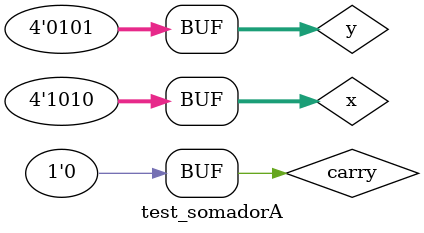
<source format=v>

module FullAdder(s, c_out, x, y, c_in);
  output s, c_out;
  input x, y, c_in;
  wire a, b, c;

  xor (a, x, y);
  xor (s, a, c_in);   
  and (b, x, y);
  and (c, a, c_in);
  or (c_out, c, b);
endmodule //FullAdder
 
module somadorA(s, c_out, x, y, c_in);
  output [3:0] s;
  output c_out;
  input  [3:0] x, y;
  input c_in;
  wire c1, c2, c3, z1, z2, z3, z4, z5;

  xor (z1, y[0] , c_in);
  xor (z2, y[1] , c_in);
  xor (z3, y[2] , c_in);
  xor (z4, y[3] , c_in);
  FullAdder FA0(s[0], c1, x[0], z1, c_in);
  FullAdder FA1(s[1], c2, x[1], z2, c1);
  FullAdder FA2(s[2], c3, x[2], z3, c2);
  FullAdder FA3(s[3], z5, x[3], z4, c3);
  xor (c_out, z5 , c_in);
endmodule //somadorA

module equals0(s, x);
  output s;
  input [3:0] x;
  wire s1,s2,s3,s4;
  
  nor (s1, x[0], 0);
  nor (s2, x[1], 0);
  nor (s3, x[2], 0);
  nor (s4, x[3], 0);
  assign s = (s1 & s2 & s3 & s4);
endmodule // equals0

module plusMinus1(s, x);
  output [3:0]s;
  input [3:0] x;
  wire c_out;
  
  // descrever por portas
  somadorA somador(s, c_out, x, 0001, 1);   
endmodule // plusMinus1

module comparador(s, x, y);
  output s;
  input [3:0] x, y;
  wire [3:0] sub;
  wire c_out;
  
  // descrever por portas
  somadorA somador(sub, c_out, x, y, 1);
  assign s = sub[3];
  
endmodule // comparador

module test_somadorA; 
	reg [3:0] x; 
	reg [3:0] y; 
	reg carry; 
	wire [3:0] soma;
	wire c_out, e0, comp;
	wire [3:0] x1; 



somadorA somador(soma, c_out, x, y, carry);
comparador comparador(comp, x, y);
equals0 equals(e0, soma);

initial begin
  $display("Exemplo0035 - Roger Rubens Machado - 430533"); 
  $display("Test Somador Algebrico - Comparador Aritmético"); 
 
  $monitor($time," x= %b y=%b /// Compare = %b (caso 0 X > Y caso 1 X < Y)\n", x, y, comp);
end
  
initial begin
  $display("		Comparacao");
  x = 4'd2;y = 4'd4; carry =  1'b0;

  #5 x = 4'd2;y = 4'd4;
  #5 x = 4'd6;y = 4'd8;
  #5 x = 4'd1;y = 4'd3;
  #5 x = 4'd5;y = 4'd7;
  #5 x = 4'd10;y = 4'd5;
 end
endmodule // test_fullAdder 
</source>
